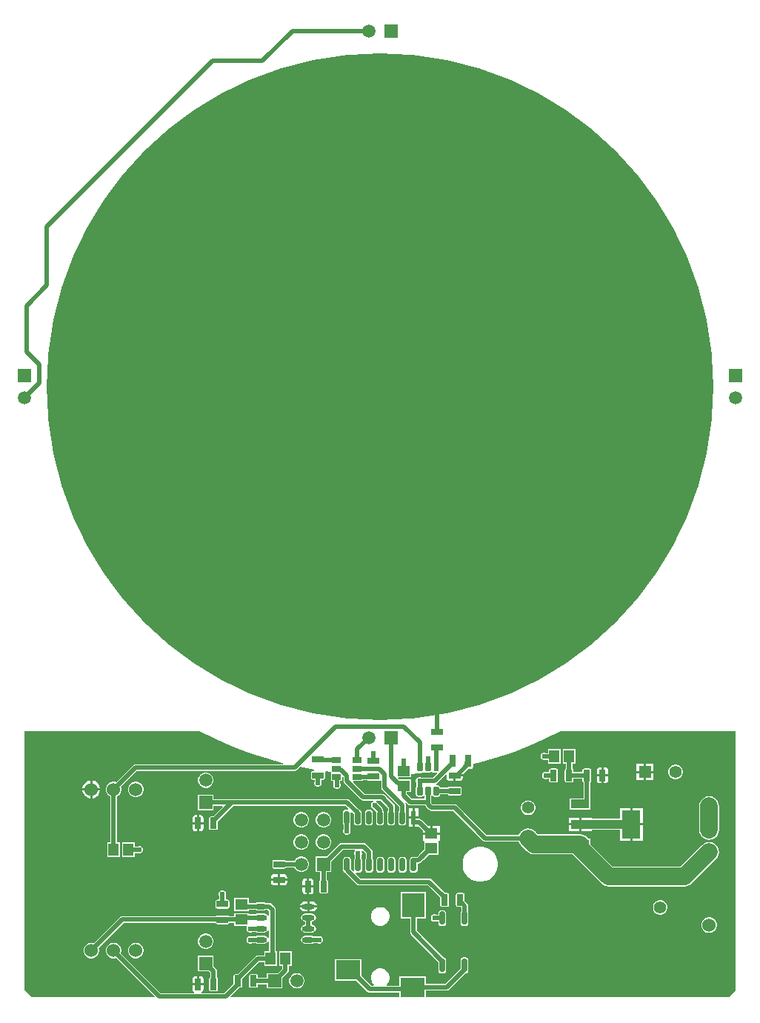
<source format=gtl>
G04*
G04 #@! TF.GenerationSoftware,Altium Limited,Altium Designer,23.8.1 (32)*
G04*
G04 Layer_Physical_Order=1*
G04 Layer_Color=255*
%FSLAX25Y25*%
%MOIN*%
G70*
G04*
G04 #@! TF.SameCoordinates,B00BB811-4D84-4737-8C1C-C2D0D2789402*
G04*
G04*
G04 #@! TF.FilePolarity,Positive*
G04*
G01*
G75*
G04:AMPARAMS|DCode=16|XSize=51.18mil|YSize=29.92mil|CornerRadius=3.74mil|HoleSize=0mil|Usage=FLASHONLY|Rotation=90.000|XOffset=0mil|YOffset=0mil|HoleType=Round|Shape=RoundedRectangle|*
%AMROUNDEDRECTD16*
21,1,0.05118,0.02244,0,0,90.0*
21,1,0.04370,0.02992,0,0,90.0*
1,1,0.00748,0.01122,0.02185*
1,1,0.00748,0.01122,-0.02185*
1,1,0.00748,-0.01122,-0.02185*
1,1,0.00748,-0.01122,0.02185*
%
%ADD16ROUNDEDRECTD16*%
%ADD17C,3.00000*%
%ADD18O,0.05709X0.02362*%
%ADD19R,0.03937X0.02756*%
G04:AMPARAMS|DCode=20|XSize=60.63mil|YSize=23.62mil|CornerRadius=5.91mil|HoleSize=0mil|Usage=FLASHONLY|Rotation=270.000|XOffset=0mil|YOffset=0mil|HoleType=Round|Shape=RoundedRectangle|*
%AMROUNDEDRECTD20*
21,1,0.06063,0.01181,0,0,270.0*
21,1,0.04882,0.02362,0,0,270.0*
1,1,0.01181,-0.00591,-0.02441*
1,1,0.01181,-0.00591,0.02441*
1,1,0.01181,0.00591,0.02441*
1,1,0.01181,0.00591,-0.02441*
%
%ADD20ROUNDEDRECTD20*%
G04:AMPARAMS|DCode=21|XSize=43.31mil|YSize=23.62mil|CornerRadius=5.91mil|HoleSize=0mil|Usage=FLASHONLY|Rotation=270.000|XOffset=0mil|YOffset=0mil|HoleType=Round|Shape=RoundedRectangle|*
%AMROUNDEDRECTD21*
21,1,0.04331,0.01181,0,0,270.0*
21,1,0.03150,0.02362,0,0,270.0*
1,1,0.01181,-0.00591,-0.01575*
1,1,0.01181,-0.00591,0.01575*
1,1,0.01181,0.00591,0.01575*
1,1,0.01181,0.00591,-0.01575*
%
%ADD21ROUNDEDRECTD21*%
%ADD22R,0.02362X0.04331*%
%ADD23R,0.08465X0.12598*%
%ADD24R,0.08465X0.03937*%
G04:AMPARAMS|DCode=25|XSize=23.62mil|YSize=61.02mil|CornerRadius=5.91mil|HoleSize=0mil|Usage=FLASHONLY|Rotation=180.000|XOffset=0mil|YOffset=0mil|HoleType=Round|Shape=RoundedRectangle|*
%AMROUNDEDRECTD25*
21,1,0.02362,0.04921,0,0,180.0*
21,1,0.01181,0.06102,0,0,180.0*
1,1,0.01181,-0.00591,0.02461*
1,1,0.01181,0.00591,0.02461*
1,1,0.01181,0.00591,-0.02461*
1,1,0.01181,-0.00591,-0.02461*
%
%ADD25ROUNDEDRECTD25*%
%ADD26R,0.02362X0.06102*%
G04:AMPARAMS|DCode=27|XSize=51.18mil|YSize=29.92mil|CornerRadius=3.74mil|HoleSize=0mil|Usage=FLASHONLY|Rotation=180.000|XOffset=0mil|YOffset=0mil|HoleType=Round|Shape=RoundedRectangle|*
%AMROUNDEDRECTD27*
21,1,0.05118,0.02244,0,0,180.0*
21,1,0.04370,0.02992,0,0,180.0*
1,1,0.00748,-0.02185,0.01122*
1,1,0.00748,0.02185,0.01122*
1,1,0.00748,0.02185,-0.01122*
1,1,0.00748,-0.02185,-0.01122*
%
%ADD27ROUNDEDRECTD27*%
%ADD28R,0.11024X0.08661*%
%ADD29R,0.10236X0.11024*%
%ADD30R,0.04724X0.05512*%
%ADD31R,0.05512X0.04724*%
%ADD52C,0.05906*%
%ADD53R,0.05906X0.05906*%
%ADD54R,0.05906X0.05906*%
%ADD56C,0.02000*%
%ADD57C,0.04000*%
%ADD58C,0.07874*%
%ADD59C,0.06000*%
%ADD60C,0.05512*%
%ADD61R,0.05512X0.05512*%
%ADD62R,0.05512X0.05512*%
%ADD63C,0.02400*%
G36*
X23559Y-173665D02*
Y-173665D01*
X25538D01*
X25730Y-174127D01*
X23886Y-175971D01*
X18510D01*
X18098Y-175800D01*
X17422D01*
X16797Y-176059D01*
X16319Y-176537D01*
X16060Y-177162D01*
Y-177838D01*
X16230Y-178250D01*
Y-179891D01*
X16142Y-180023D01*
X16057Y-180449D01*
Y-183598D01*
X16142Y-184024D01*
X16383Y-184385D01*
X16744Y-184626D01*
X17169Y-184710D01*
X18350D01*
X18776Y-184626D01*
X19137Y-184385D01*
X19160Y-184351D01*
X19792Y-184294D01*
X19971Y-184475D01*
Y-185471D01*
X14133D01*
X12029Y-183367D01*
Y-182555D01*
X13756D01*
Y-176831D01*
X9286D01*
X9138Y-176801D01*
X8464D01*
X7987Y-176324D01*
X8178Y-175862D01*
X13756D01*
Y-174475D01*
X20173Y-173880D01*
X21562Y-173687D01*
X22091D01*
X22516Y-173602D01*
X22608Y-173541D01*
X23304Y-173444D01*
X23559Y-173665D01*
D02*
G37*
G36*
X159952Y-271838D02*
X156838Y-274952D01*
X20579D01*
Y-271919D01*
X29961D01*
X30546Y-271803D01*
X31042Y-271471D01*
X38460Y-264053D01*
X38591D01*
X39016Y-263968D01*
X39377Y-263727D01*
X39618Y-263366D01*
X39702Y-262941D01*
Y-258059D01*
X39618Y-257634D01*
X39377Y-257273D01*
X39016Y-257032D01*
X38591Y-256947D01*
X37409D01*
X36984Y-257032D01*
X36623Y-257273D01*
X36382Y-257634D01*
X36298Y-258059D01*
Y-261890D01*
X29327Y-268860D01*
X20579D01*
Y-265559D01*
X8555D01*
Y-269724D01*
X2974D01*
X2767Y-269225D01*
X3357Y-268635D01*
X3909Y-267678D01*
X4195Y-266611D01*
Y-265507D01*
X3909Y-264440D01*
X3357Y-263483D01*
X2576Y-262702D01*
X1619Y-262150D01*
X552Y-261864D01*
X-552D01*
X-1619Y-262150D01*
X-2576Y-262702D01*
X-3357Y-263483D01*
X-3909Y-264440D01*
X-4195Y-265507D01*
Y-266611D01*
X-3909Y-267678D01*
X-3357Y-268635D01*
X-2767Y-269225D01*
X-2974Y-269724D01*
X-4014D01*
X-8555Y-265184D01*
Y-257685D01*
X-20579D01*
Y-267347D01*
X-10718D01*
X-5729Y-272335D01*
X-5233Y-272667D01*
X-4648Y-272783D01*
X8555D01*
Y-274952D01*
X-67136D01*
X-67327Y-274490D01*
X-63458Y-270621D01*
X-63428Y-270576D01*
X-62921D01*
X-62580Y-270508D01*
X-62291Y-270315D01*
X-62098Y-270026D01*
X-62030Y-269685D01*
Y-266587D01*
X-54473Y-259029D01*
X-52209D01*
Y-260756D01*
X-46484D01*
Y-254244D01*
X-46971D01*
Y-235500D01*
X-47087Y-234915D01*
X-47419Y-234419D01*
X-48919Y-232919D01*
X-49415Y-232587D01*
X-50000Y-232471D01*
X-51318D01*
X-51399Y-232416D01*
X-52055Y-232286D01*
X-55402D01*
X-56058Y-232416D01*
X-56139Y-232471D01*
X-59244D01*
Y-230291D01*
X-65756D01*
Y-236016D01*
X-59244D01*
Y-235529D01*
X-56138D01*
X-56058Y-235584D01*
X-55402Y-235714D01*
X-52055D01*
X-51399Y-235584D01*
X-51318Y-235529D01*
X-50634D01*
X-50029Y-236134D01*
Y-238174D01*
X-50122Y-238210D01*
X-50529Y-238258D01*
X-50843Y-237788D01*
X-51399Y-237416D01*
X-52055Y-237286D01*
X-55402D01*
X-56058Y-237416D01*
X-56242Y-237540D01*
X-59244D01*
Y-236984D01*
X-65756D01*
Y-238396D01*
X-68089D01*
X-68185Y-238252D01*
X-68474Y-238059D01*
X-68815Y-237991D01*
X-73185D01*
X-73526Y-238059D01*
X-73815Y-238252D01*
X-73911Y-238396D01*
X-116106D01*
X-116692Y-238512D01*
X-117188Y-238844D01*
X-128848Y-250504D01*
X-129539Y-250319D01*
X-130461D01*
X-131351Y-250557D01*
X-132149Y-251018D01*
X-132801Y-251670D01*
X-133262Y-252468D01*
X-133500Y-253358D01*
Y-254280D01*
X-133262Y-255170D01*
X-132801Y-255968D01*
X-132149Y-256620D01*
X-131351Y-257080D01*
X-130461Y-257319D01*
X-129539D01*
X-128649Y-257080D01*
X-127851Y-256620D01*
X-127199Y-255968D01*
X-126739Y-255170D01*
X-126500Y-254280D01*
Y-253358D01*
X-126685Y-252667D01*
X-115473Y-241455D01*
X-74011D01*
X-74008Y-241467D01*
X-73815Y-241756D01*
X-73526Y-241949D01*
X-73185Y-242017D01*
X-68815D01*
X-68474Y-241949D01*
X-68185Y-241756D01*
X-67992Y-241467D01*
X-67989Y-241455D01*
X-65756D01*
Y-242709D01*
X-60266D01*
X-60012Y-243209D01*
X-60200Y-243662D01*
Y-244338D01*
X-59941Y-244963D01*
X-59463Y-245441D01*
X-58838Y-245700D01*
X-58162D01*
X-57750Y-245529D01*
X-56139D01*
X-56058Y-245584D01*
X-55402Y-245714D01*
X-52055D01*
X-51399Y-245584D01*
X-50843Y-245212D01*
X-50529Y-244742D01*
X-50122Y-244790D01*
X-50029Y-244826D01*
Y-248174D01*
X-50122Y-248210D01*
X-50529Y-248257D01*
X-50843Y-247788D01*
X-51399Y-247416D01*
X-52055Y-247286D01*
X-55402D01*
X-56058Y-247416D01*
X-56139Y-247471D01*
X-57750D01*
X-58162Y-247300D01*
X-58838D01*
X-59463Y-247559D01*
X-59941Y-248037D01*
X-60200Y-248662D01*
Y-249338D01*
X-59941Y-249963D01*
X-59463Y-250441D01*
X-58838Y-250700D01*
X-58162D01*
X-57750Y-250529D01*
X-56139D01*
X-56058Y-250584D01*
X-55402Y-250714D01*
X-52055D01*
X-51399Y-250584D01*
X-50843Y-250212D01*
X-50529Y-249743D01*
X-50122Y-249790D01*
X-50029Y-249826D01*
Y-254244D01*
X-52209D01*
Y-255971D01*
X-55106D01*
X-55692Y-256087D01*
X-56188Y-256419D01*
X-64193Y-264424D01*
X-65165D01*
X-65506Y-264492D01*
X-65795Y-264685D01*
X-65989Y-264974D01*
X-66057Y-265315D01*
Y-267934D01*
X-66069Y-267996D01*
Y-268906D01*
X-70134Y-272971D01*
X-80292D01*
X-80385Y-272479D01*
X-79931Y-272176D01*
X-79627Y-271721D01*
X-79520Y-271185D01*
Y-269500D01*
X-82043D01*
X-84566D01*
Y-271185D01*
X-84460Y-271721D01*
X-84156Y-272176D01*
X-83701Y-272479D01*
X-83795Y-272971D01*
X-98685D01*
X-116685Y-254971D01*
X-116500Y-254280D01*
Y-253358D01*
X-116738Y-252468D01*
X-117199Y-251670D01*
X-117851Y-251018D01*
X-118649Y-250557D01*
X-119539Y-250319D01*
X-120461D01*
X-121351Y-250557D01*
X-122149Y-251018D01*
X-122801Y-251670D01*
X-123261Y-252468D01*
X-123500Y-253358D01*
Y-254280D01*
X-123261Y-255170D01*
X-122801Y-255968D01*
X-122149Y-256620D01*
X-121351Y-257080D01*
X-120461Y-257319D01*
X-119539D01*
X-118848Y-257134D01*
X-101492Y-274490D01*
X-101683Y-274952D01*
X-156838D01*
X-159952Y-271838D01*
Y-155000D01*
X-81325D01*
X-74385Y-158456D01*
X-66988Y-161722D01*
X-59447Y-164643D01*
X-51780Y-167213D01*
X-44002Y-169426D01*
X-43798Y-169474D01*
X-43856Y-169971D01*
X-110181D01*
X-110766Y-170087D01*
X-111263Y-170419D01*
X-118848Y-178004D01*
X-119539Y-177819D01*
X-120461D01*
X-121351Y-178057D01*
X-122149Y-178518D01*
X-122801Y-179170D01*
X-123261Y-179968D01*
X-123500Y-180858D01*
Y-181780D01*
X-123261Y-182670D01*
X-122801Y-183468D01*
X-122149Y-184120D01*
X-121529Y-184477D01*
Y-205244D01*
X-122862D01*
Y-211756D01*
X-117138D01*
Y-205244D01*
X-118471D01*
Y-184477D01*
X-117851Y-184120D01*
X-117199Y-183468D01*
X-116738Y-182670D01*
X-116500Y-181780D01*
Y-180858D01*
X-116685Y-180167D01*
X-109548Y-173029D01*
X-38500D01*
X-37915Y-172913D01*
X-37419Y-172581D01*
X-36117Y-171280D01*
X-29639Y-172491D01*
X-29686Y-172991D01*
X-30185D01*
X-30526Y-173059D01*
X-30815Y-173252D01*
X-31008Y-173541D01*
X-31076Y-173882D01*
Y-176126D01*
X-31008Y-176467D01*
X-30815Y-176756D01*
X-30526Y-176949D01*
X-30185Y-177017D01*
X-29529D01*
Y-177750D01*
X-29700Y-178162D01*
Y-178838D01*
X-29441Y-179463D01*
X-28963Y-179941D01*
X-28338Y-180200D01*
X-27662D01*
X-27037Y-179941D01*
X-26559Y-179463D01*
X-26300Y-178838D01*
Y-178162D01*
X-26471Y-177750D01*
Y-177017D01*
X-25815D01*
X-25474Y-176949D01*
X-25185Y-176756D01*
X-24992Y-176467D01*
X-24924Y-176126D01*
Y-173882D01*
X-24956Y-173718D01*
X-24678Y-173334D01*
X-24575Y-173266D01*
X-22193Y-173599D01*
Y-177618D01*
X-21106D01*
Y-178935D01*
X-21200Y-179162D01*
Y-179838D01*
X-20941Y-180463D01*
X-20463Y-180941D01*
X-19838Y-181200D01*
X-19162D01*
X-18537Y-180941D01*
X-18059Y-180463D01*
X-17800Y-179838D01*
Y-179162D01*
X-18047Y-178565D01*
Y-177618D01*
X-17256D01*
Y-175819D01*
X-16756Y-175577D01*
X-16529Y-175754D01*
Y-177500D01*
X-16413Y-178085D01*
X-16081Y-178581D01*
X-8737Y-185926D01*
X-8241Y-186257D01*
X-7656Y-186373D01*
X-3115D01*
X-3016Y-186873D01*
X-3463Y-187059D01*
X-3941Y-187537D01*
X-4200Y-188162D01*
Y-188838D01*
X-3941Y-189463D01*
X-3463Y-189941D01*
X-3051Y-190112D01*
X-1711Y-191452D01*
Y-193819D01*
X-1702Y-193859D01*
Y-196461D01*
X-1618Y-196886D01*
X-1377Y-197247D01*
X-1016Y-197488D01*
X-591Y-197573D01*
X591D01*
X1016Y-197488D01*
X1377Y-197247D01*
X1618Y-196886D01*
X1702Y-196461D01*
Y-191539D01*
X1618Y-191114D01*
X1377Y-190753D01*
X1329Y-190721D01*
X1232Y-190234D01*
X900Y-189737D01*
X-888Y-187949D01*
X-1059Y-187537D01*
X-1537Y-187059D01*
X-1984Y-186873D01*
X-1885Y-186373D01*
X211D01*
X3471Y-189634D01*
Y-190981D01*
X3382Y-191114D01*
X3297Y-191539D01*
Y-196461D01*
X3382Y-196886D01*
X3623Y-197247D01*
X3984Y-197488D01*
X4409Y-197573D01*
X5590D01*
X6016Y-197488D01*
X6377Y-197247D01*
X6618Y-196886D01*
X6702Y-196461D01*
Y-191539D01*
X6618Y-191114D01*
X6529Y-190981D01*
Y-189000D01*
X6413Y-188415D01*
X6081Y-187919D01*
X1926Y-183763D01*
X1429Y-183431D01*
X844Y-183315D01*
X-7022D01*
X-12257Y-178080D01*
X-12066Y-177618D01*
X-7807D01*
Y-177171D01*
X-5898D01*
X-5815Y-177295D01*
X-5526Y-177489D01*
X-5185Y-177557D01*
X-815D01*
X-474Y-177489D01*
X-185Y-177295D01*
X375Y-177357D01*
X471Y-177433D01*
Y-180500D01*
X587Y-181085D01*
X919Y-181581D01*
X8471Y-189134D01*
Y-190981D01*
X8382Y-191114D01*
X8298Y-191539D01*
Y-196461D01*
X8382Y-196886D01*
X8623Y-197247D01*
X8984Y-197488D01*
X9409Y-197573D01*
X10590D01*
X11016Y-197488D01*
X11377Y-197247D01*
X11618Y-196886D01*
X11703Y-196461D01*
Y-191539D01*
X11618Y-191114D01*
X11529Y-190981D01*
Y-188500D01*
X11413Y-187915D01*
X11148Y-187518D01*
X11536Y-187199D01*
X12419Y-188081D01*
X12915Y-188413D01*
X13500Y-188529D01*
X20076D01*
X20087Y-188585D01*
X20418Y-189081D01*
X21918Y-190581D01*
X22415Y-190913D01*
X23000Y-191029D01*
X32866D01*
X46308Y-204471D01*
X46804Y-204803D01*
X47390Y-204919D01*
X62331D01*
X62624Y-205627D01*
X63244Y-206435D01*
Y-206646D01*
X63427D01*
X66001Y-209220D01*
X66928Y-209931D01*
X68007Y-210378D01*
X69165Y-210530D01*
X86542D01*
X86820Y-210893D01*
X99702Y-223775D01*
X100628Y-224486D01*
X101708Y-224933D01*
X102866Y-225085D01*
X136890D01*
X138048Y-224933D01*
X139127Y-224486D01*
X140054Y-223775D01*
X151164Y-212665D01*
X151876Y-211738D01*
X152323Y-210658D01*
X152475Y-209500D01*
X152323Y-208342D01*
X151876Y-207262D01*
X151164Y-206335D01*
X150238Y-205624D01*
X149158Y-205177D01*
X148000Y-205025D01*
X146842Y-205177D01*
X145762Y-205624D01*
X144835Y-206335D01*
X135036Y-216135D01*
X104720D01*
X94717Y-206132D01*
Y-203587D01*
X93683D01*
X93149Y-202891D01*
X92222Y-202179D01*
X91142Y-201732D01*
X89984Y-201580D01*
X71019D01*
X69756Y-200317D01*
Y-200134D01*
X69545D01*
X68738Y-199514D01*
X67658Y-199067D01*
X66500Y-198915D01*
X65342Y-199067D01*
X64262Y-199514D01*
X63455Y-200134D01*
X63244D01*
Y-200344D01*
X62624Y-201152D01*
X62331Y-201860D01*
X48023D01*
X34581Y-188419D01*
X34085Y-188087D01*
X33500Y-187971D01*
X23633D01*
X23029Y-187366D01*
Y-184156D01*
X23114Y-184030D01*
X23147Y-184024D01*
X23593D01*
X23626Y-184030D01*
X23863Y-184385D01*
X24224Y-184626D01*
X24650Y-184710D01*
X25831D01*
X26256Y-184626D01*
X26617Y-184385D01*
X26858Y-184024D01*
X26943Y-183598D01*
Y-183563D01*
X30529D01*
X30685Y-183795D01*
X30974Y-183989D01*
X31315Y-184056D01*
X35685D01*
X36026Y-183989D01*
X36315Y-183795D01*
X36508Y-183506D01*
X36576Y-183165D01*
Y-180921D01*
X36508Y-180580D01*
X36315Y-180291D01*
X36026Y-180098D01*
X35685Y-180030D01*
X31315D01*
X30974Y-180098D01*
X30685Y-180291D01*
X30543Y-180504D01*
X26943D01*
Y-180449D01*
X26858Y-180023D01*
X26617Y-179663D01*
X26256Y-179421D01*
X25831Y-179337D01*
X25341D01*
X25219Y-178837D01*
X25601Y-178581D01*
X29452Y-174731D01*
X29914Y-174922D01*
Y-176118D01*
X30021Y-176654D01*
X30324Y-177109D01*
X30779Y-177412D01*
X31315Y-177519D01*
X33000D01*
Y-174996D01*
X33500D01*
Y-174496D01*
X37226D01*
X39636Y-172086D01*
X40626D01*
X41162Y-171979D01*
X41617Y-171676D01*
X41920Y-171221D01*
X42027Y-170685D01*
Y-169890D01*
X44002Y-169426D01*
X51780Y-167213D01*
X59447Y-164643D01*
X66988Y-161722D01*
X74385Y-158456D01*
X81325Y-155000D01*
X159952D01*
Y-271838D01*
D02*
G37*
%LPC*%
G36*
X81169Y-163244D02*
X75445D01*
Y-164971D01*
X74557D01*
X74145Y-164800D01*
X73469D01*
X72844Y-165059D01*
X72366Y-165537D01*
X72107Y-166162D01*
Y-166838D01*
X72366Y-167463D01*
X72844Y-167941D01*
X73469Y-168200D01*
X74145D01*
X74557Y-168029D01*
X75445D01*
Y-169756D01*
X81169D01*
Y-163244D01*
D02*
G37*
G36*
X122866Y-169744D02*
X119610D01*
Y-173000D01*
X122866D01*
Y-169744D01*
D02*
G37*
G36*
X118610D02*
X115354D01*
Y-173000D01*
X118610D01*
Y-169744D01*
D02*
G37*
G36*
X79118Y-171924D02*
X76874D01*
X76533Y-171992D01*
X76244Y-172185D01*
X76051Y-172474D01*
X75983Y-172815D01*
Y-173471D01*
X75250D01*
X74838Y-173300D01*
X74162D01*
X73537Y-173559D01*
X73059Y-174037D01*
X72800Y-174662D01*
Y-175338D01*
X73059Y-175963D01*
X73537Y-176441D01*
X74162Y-176700D01*
X74838D01*
X75250Y-176529D01*
X75983D01*
Y-177185D01*
X76051Y-177526D01*
X76244Y-177815D01*
X76533Y-178008D01*
X76874Y-178076D01*
X79118D01*
X79459Y-178008D01*
X79748Y-177815D01*
X79941Y-177526D01*
X80009Y-177185D01*
Y-172815D01*
X79941Y-172474D01*
X79748Y-172185D01*
X79459Y-171992D01*
X79118Y-171924D01*
D02*
G37*
G36*
X101165Y-171414D02*
X100543D01*
Y-174500D01*
X102566D01*
Y-172815D01*
X102460Y-172279D01*
X102156Y-171824D01*
X101701Y-171521D01*
X101165Y-171414D01*
D02*
G37*
G36*
X99543D02*
X98921D01*
X98385Y-171521D01*
X97931Y-171824D01*
X97627Y-172279D01*
X97520Y-172815D01*
Y-174500D01*
X99543D01*
Y-171414D01*
D02*
G37*
G36*
X133318Y-170244D02*
X132461D01*
X131633Y-170466D01*
X130891Y-170895D01*
X130284Y-171501D01*
X129856Y-172243D01*
X129634Y-173071D01*
Y-173929D01*
X129856Y-174757D01*
X130284Y-175499D01*
X130891Y-176105D01*
X131633Y-176534D01*
X132461Y-176756D01*
X133318D01*
X134146Y-176534D01*
X134889Y-176105D01*
X135495Y-175499D01*
X135924Y-174757D01*
X136146Y-173929D01*
Y-173071D01*
X135924Y-172243D01*
X135495Y-171501D01*
X134889Y-170895D01*
X134146Y-170466D01*
X133318Y-170244D01*
D02*
G37*
G36*
X122866Y-174000D02*
X119610D01*
Y-177256D01*
X122866D01*
Y-174000D01*
D02*
G37*
G36*
X118610D02*
X115354D01*
Y-177256D01*
X118610D01*
Y-174000D01*
D02*
G37*
G36*
X37086Y-175496D02*
X34000D01*
Y-177519D01*
X35685D01*
X36221Y-177412D01*
X36676Y-177109D01*
X36979Y-176654D01*
X37086Y-176118D01*
Y-175496D01*
D02*
G37*
G36*
X102566Y-175500D02*
X100543D01*
Y-178586D01*
X101165D01*
X101701Y-178479D01*
X102156Y-178176D01*
X102460Y-177721D01*
X102566Y-177185D01*
Y-175500D01*
D02*
G37*
G36*
X99543D02*
X97520D01*
Y-177185D01*
X97627Y-177721D01*
X97931Y-178176D01*
X98385Y-178479D01*
X98921Y-178586D01*
X99543D01*
Y-175500D01*
D02*
G37*
G36*
X-78045Y-173732D02*
X-78955D01*
X-79833Y-173968D01*
X-80620Y-174422D01*
X-81263Y-175065D01*
X-81717Y-175852D01*
X-81953Y-176731D01*
Y-177640D01*
X-81717Y-178518D01*
X-81263Y-179305D01*
X-80620Y-179948D01*
X-79833Y-180403D01*
X-78955Y-180638D01*
X-78045D01*
X-77167Y-180403D01*
X-76380Y-179948D01*
X-75737Y-179305D01*
X-75283Y-178518D01*
X-75047Y-177640D01*
Y-176731D01*
X-75283Y-175852D01*
X-75737Y-175065D01*
X-76380Y-174422D01*
X-77167Y-173968D01*
X-78045Y-173732D01*
D02*
G37*
G36*
X-129473Y-177319D02*
X-129500D01*
Y-180819D01*
X-126000D01*
Y-180792D01*
X-126273Y-179775D01*
X-126799Y-178863D01*
X-127544Y-178118D01*
X-128456Y-177592D01*
X-129473Y-177319D01*
D02*
G37*
G36*
X-130500D02*
X-130527D01*
X-131544Y-177592D01*
X-132456Y-178118D01*
X-133201Y-178863D01*
X-133727Y-179775D01*
X-134000Y-180792D01*
Y-180819D01*
X-130500D01*
Y-177319D01*
D02*
G37*
G36*
X-109539Y-177819D02*
X-110461D01*
X-111351Y-178057D01*
X-112149Y-178518D01*
X-112801Y-179170D01*
X-113261Y-179968D01*
X-113500Y-180858D01*
Y-181780D01*
X-113261Y-182670D01*
X-112801Y-183468D01*
X-112149Y-184120D01*
X-111351Y-184580D01*
X-110461Y-184819D01*
X-109539D01*
X-108649Y-184580D01*
X-107851Y-184120D01*
X-107199Y-183468D01*
X-106738Y-182670D01*
X-106500Y-181780D01*
Y-180858D01*
X-106738Y-179968D01*
X-107199Y-179170D01*
X-107851Y-178518D01*
X-108649Y-178057D01*
X-109539Y-177819D01*
D02*
G37*
G36*
X-126000Y-181819D02*
X-129500D01*
Y-185319D01*
X-129473D01*
X-128456Y-185046D01*
X-127544Y-184520D01*
X-126799Y-183775D01*
X-126273Y-182863D01*
X-126000Y-181845D01*
Y-181819D01*
D02*
G37*
G36*
X-130500D02*
X-134000D01*
Y-181845D01*
X-133727Y-182863D01*
X-133201Y-183775D01*
X-132456Y-184520D01*
X-131544Y-185046D01*
X-130527Y-185319D01*
X-130500D01*
Y-181819D01*
D02*
G37*
G36*
X87862Y-163244D02*
X82138D01*
Y-169756D01*
X83492D01*
Y-172050D01*
X83291Y-172185D01*
X83098Y-172474D01*
X83030Y-172815D01*
Y-177185D01*
X83098Y-177526D01*
X83291Y-177815D01*
X83580Y-178008D01*
X83921Y-178076D01*
X86165D01*
X86506Y-178008D01*
X86796Y-177815D01*
X86989Y-177526D01*
X87056Y-177185D01*
Y-176529D01*
X90983D01*
Y-177185D01*
X91051Y-177526D01*
X91244Y-177815D01*
X91467Y-177964D01*
Y-185476D01*
X85252D01*
Y-190413D01*
X94717D01*
Y-185476D01*
X94525D01*
Y-177964D01*
X94748Y-177815D01*
X94941Y-177526D01*
X95009Y-177185D01*
Y-172815D01*
X94941Y-172474D01*
X94748Y-172185D01*
X94459Y-171992D01*
X94118Y-171924D01*
X91874D01*
X91533Y-171992D01*
X91244Y-172185D01*
X91051Y-172474D01*
X90983Y-172815D01*
Y-173471D01*
X87056D01*
Y-172815D01*
X86989Y-172474D01*
X86796Y-172185D01*
X86551Y-172021D01*
Y-169756D01*
X87862D01*
Y-163244D01*
D02*
G37*
G36*
X66929Y-186354D02*
X66071D01*
X65243Y-186576D01*
X64501Y-187005D01*
X63895Y-187611D01*
X63466Y-188354D01*
X63244Y-189182D01*
Y-190039D01*
X63466Y-190867D01*
X63895Y-191609D01*
X64501Y-192216D01*
X65243Y-192644D01*
X66071Y-192866D01*
X66929D01*
X67757Y-192644D01*
X68499Y-192216D01*
X69105Y-191609D01*
X69534Y-190867D01*
X69756Y-190039D01*
Y-189182D01*
X69534Y-188354D01*
X69105Y-187611D01*
X68499Y-187005D01*
X67757Y-186576D01*
X66929Y-186354D01*
D02*
G37*
G36*
X17181Y-189949D02*
X15500D01*
Y-193500D01*
X17181D01*
Y-189949D01*
D02*
G37*
G36*
X14500D02*
X12819D01*
Y-193500D01*
X14500D01*
Y-189949D01*
D02*
G37*
G36*
X112516Y-189701D02*
X107783D01*
Y-194451D01*
X95217D01*
Y-194032D01*
X90484D01*
Y-197000D01*
Y-199969D01*
X95217D01*
Y-199549D01*
X107783D01*
Y-204299D01*
X112516D01*
Y-197000D01*
Y-189701D01*
D02*
G37*
G36*
X-80921Y-192914D02*
X-81543D01*
Y-196000D01*
X-79520D01*
Y-194315D01*
X-79627Y-193779D01*
X-79931Y-193324D01*
X-80385Y-193021D01*
X-80921Y-192914D01*
D02*
G37*
G36*
X-82543D02*
X-83165D01*
X-83701Y-193021D01*
X-84156Y-193324D01*
X-84460Y-193779D01*
X-84566Y-194315D01*
Y-196000D01*
X-82543D01*
Y-192914D01*
D02*
G37*
G36*
X89484Y-194032D02*
X84752D01*
Y-196500D01*
X89484D01*
Y-194032D01*
D02*
G37*
G36*
X118248Y-189701D02*
X113516D01*
Y-196500D01*
X118248D01*
Y-189701D01*
D02*
G37*
G36*
X-4409Y-190427D02*
X-5591D01*
X-6016Y-190512D01*
X-6377Y-190753D01*
X-6618Y-191114D01*
X-6702Y-191539D01*
Y-196461D01*
X-6618Y-196886D01*
X-6377Y-197247D01*
X-6016Y-197488D01*
X-5591Y-197573D01*
X-4409D01*
X-3984Y-197488D01*
X-3623Y-197247D01*
X-3382Y-196886D01*
X-3297Y-196461D01*
Y-191539D01*
X-3382Y-191114D01*
X-3623Y-190753D01*
X-3984Y-190512D01*
X-4409Y-190427D01*
D02*
G37*
G36*
X-75047Y-183732D02*
X-81953D01*
Y-190638D01*
X-75047D01*
Y-188714D01*
X-71031D01*
X-70839Y-189176D01*
X-75087Y-193424D01*
X-76118D01*
X-76459Y-193492D01*
X-76748Y-193685D01*
X-76941Y-193974D01*
X-77009Y-194315D01*
Y-198685D01*
X-76941Y-199026D01*
X-76748Y-199315D01*
X-76459Y-199508D01*
X-76118Y-199576D01*
X-73874D01*
X-73533Y-199508D01*
X-73244Y-199315D01*
X-73051Y-199026D01*
X-72983Y-198685D01*
Y-195646D01*
X-66052Y-188714D01*
X-15578D01*
X-14348Y-189944D01*
X-14356Y-190001D01*
X-14572Y-190427D01*
X-15591D01*
X-16016Y-190512D01*
X-16377Y-190753D01*
X-16618Y-191114D01*
X-16702Y-191539D01*
Y-196461D01*
X-16618Y-196886D01*
X-16529Y-197019D01*
Y-199250D01*
X-16700Y-199662D01*
Y-200338D01*
X-16441Y-200963D01*
X-15963Y-201441D01*
X-15338Y-201700D01*
X-14662D01*
X-14037Y-201441D01*
X-13559Y-200963D01*
X-13300Y-200338D01*
Y-199662D01*
X-13471Y-199250D01*
Y-197019D01*
X-13382Y-196886D01*
X-13297Y-196461D01*
Y-191702D01*
X-12871Y-191486D01*
X-12814Y-191478D01*
X-11710Y-192582D01*
Y-193819D01*
X-11703Y-193859D01*
Y-196461D01*
X-11618Y-196886D01*
X-11377Y-197247D01*
X-11016Y-197488D01*
X-10591Y-197573D01*
X-9409D01*
X-8984Y-197488D01*
X-8623Y-197247D01*
X-8382Y-196886D01*
X-8298Y-196461D01*
Y-191539D01*
X-8382Y-191114D01*
X-8623Y-190753D01*
X-8984Y-190512D01*
X-9409Y-190427D01*
X-9540D01*
X-13863Y-186104D01*
X-14360Y-185772D01*
X-14945Y-185656D01*
X-75047D01*
Y-183732D01*
D02*
G37*
G36*
X14500Y-194500D02*
X12819D01*
Y-198051D01*
X14500D01*
Y-194500D01*
D02*
G37*
G36*
X-25045Y-191547D02*
X-25955D01*
X-26833Y-191782D01*
X-27620Y-192237D01*
X-28263Y-192880D01*
X-28717Y-193667D01*
X-28953Y-194545D01*
Y-195455D01*
X-28717Y-196333D01*
X-28263Y-197120D01*
X-27620Y-197763D01*
X-26833Y-198217D01*
X-25955Y-198453D01*
X-25045D01*
X-24167Y-198217D01*
X-23380Y-197763D01*
X-22737Y-197120D01*
X-22283Y-196333D01*
X-22047Y-195455D01*
Y-194545D01*
X-22283Y-193667D01*
X-22737Y-192880D01*
X-23380Y-192237D01*
X-24167Y-191782D01*
X-25045Y-191547D01*
D02*
G37*
G36*
X-35045D02*
X-35955D01*
X-36833Y-191782D01*
X-37620Y-192237D01*
X-38263Y-192880D01*
X-38717Y-193667D01*
X-38953Y-194545D01*
Y-195455D01*
X-38717Y-196333D01*
X-38263Y-197120D01*
X-37620Y-197763D01*
X-36833Y-198217D01*
X-35955Y-198453D01*
X-35045D01*
X-34167Y-198217D01*
X-33380Y-197763D01*
X-32737Y-197120D01*
X-32283Y-196333D01*
X-32047Y-195455D01*
Y-194545D01*
X-32283Y-193667D01*
X-32737Y-192880D01*
X-33380Y-192237D01*
X-34167Y-191782D01*
X-35045Y-191547D01*
D02*
G37*
G36*
X89484Y-197500D02*
X84752D01*
Y-199969D01*
X89484D01*
Y-197500D01*
D02*
G37*
G36*
X-79520Y-197000D02*
X-81543D01*
Y-200086D01*
X-80921D01*
X-80385Y-199979D01*
X-79931Y-199676D01*
X-79627Y-199221D01*
X-79520Y-198685D01*
Y-197000D01*
D02*
G37*
G36*
X-82543D02*
X-84566D01*
Y-198685D01*
X-84460Y-199221D01*
X-84156Y-199676D01*
X-83701Y-199979D01*
X-83165Y-200086D01*
X-82543D01*
Y-197000D01*
D02*
G37*
G36*
X26756Y-197791D02*
X23500D01*
Y-200654D01*
X26756D01*
Y-197791D01*
D02*
G37*
G36*
X17181Y-194500D02*
X15500D01*
Y-198051D01*
X17181D01*
X17181Y-198051D01*
Y-198051D01*
X17578Y-198288D01*
X19244Y-199954D01*
Y-200654D01*
X22500D01*
Y-197791D01*
X21407D01*
X18585Y-194970D01*
X18089Y-194638D01*
X17504Y-194522D01*
X17181D01*
Y-194500D01*
D02*
G37*
G36*
X147992Y-184422D02*
X146834Y-184575D01*
X145755Y-185022D01*
X144828Y-185733D01*
X144116Y-186660D01*
X143669Y-187739D01*
X143517Y-188898D01*
Y-199492D01*
X143669Y-200650D01*
X144116Y-201730D01*
X144547Y-202291D01*
Y-202953D01*
X145211D01*
X145762Y-203376D01*
X146842Y-203823D01*
X148000Y-203975D01*
X149158Y-203823D01*
X150238Y-203376D01*
X150789Y-202953D01*
X151453D01*
Y-202289D01*
X151876Y-201738D01*
X152323Y-200658D01*
X152475Y-199500D01*
X152467Y-199440D01*
Y-188898D01*
X152315Y-187739D01*
X151868Y-186660D01*
X151157Y-185733D01*
X150230Y-185022D01*
X149150Y-184575D01*
X147992Y-184422D01*
D02*
G37*
G36*
X118248Y-197500D02*
X113516D01*
Y-204299D01*
X118248D01*
Y-197500D01*
D02*
G37*
G36*
X-25045Y-201547D02*
X-25955D01*
X-26833Y-201782D01*
X-27620Y-202237D01*
X-28263Y-202880D01*
X-28717Y-203667D01*
X-28953Y-204545D01*
Y-205455D01*
X-28717Y-206333D01*
X-28263Y-207120D01*
X-27620Y-207763D01*
X-26833Y-208218D01*
X-25955Y-208453D01*
X-25045D01*
X-24167Y-208218D01*
X-23380Y-207763D01*
X-22737Y-207120D01*
X-22283Y-206333D01*
X-22047Y-205455D01*
Y-204545D01*
X-22283Y-203667D01*
X-22737Y-202880D01*
X-23380Y-202237D01*
X-24167Y-201782D01*
X-25045Y-201547D01*
D02*
G37*
G36*
X-35045D02*
X-35955D01*
X-36833Y-201782D01*
X-37620Y-202237D01*
X-38263Y-202880D01*
X-38717Y-203667D01*
X-38953Y-204545D01*
Y-205455D01*
X-38717Y-206333D01*
X-38263Y-207120D01*
X-37620Y-207763D01*
X-36833Y-208218D01*
X-35955Y-208453D01*
X-35045D01*
X-34167Y-208218D01*
X-33380Y-207763D01*
X-32737Y-207120D01*
X-32283Y-206333D01*
X-32047Y-205455D01*
Y-204545D01*
X-32283Y-203667D01*
X-32737Y-202880D01*
X-33380Y-202237D01*
X-34167Y-201782D01*
X-35045Y-201547D01*
D02*
G37*
G36*
X-110445Y-205244D02*
X-116169D01*
Y-211756D01*
X-110445D01*
Y-210029D01*
X-109250D01*
X-108838Y-210200D01*
X-108162D01*
X-107537Y-209941D01*
X-107059Y-209463D01*
X-106800Y-208838D01*
Y-208162D01*
X-107059Y-207537D01*
X-107537Y-207059D01*
X-108162Y-206800D01*
X-108838D01*
X-109250Y-206971D01*
X-110445D01*
Y-205244D01*
D02*
G37*
G36*
X-35045Y-211547D02*
X-35955D01*
X-36833Y-211783D01*
X-37620Y-212237D01*
X-38263Y-212880D01*
X-38603Y-213469D01*
X-42535D01*
X-42685Y-213244D01*
X-42974Y-213051D01*
X-43315Y-212983D01*
X-47685D01*
X-48026Y-213051D01*
X-48315Y-213244D01*
X-48508Y-213533D01*
X-48576Y-213874D01*
Y-216118D01*
X-48508Y-216459D01*
X-48315Y-216748D01*
X-48026Y-216941D01*
X-47685Y-217009D01*
X-43315D01*
X-42974Y-216941D01*
X-42685Y-216748D01*
X-42537Y-216527D01*
X-38605D01*
X-38263Y-217120D01*
X-37620Y-217763D01*
X-36833Y-218217D01*
X-35955Y-218453D01*
X-35045D01*
X-34167Y-218217D01*
X-33380Y-217763D01*
X-32737Y-217120D01*
X-32283Y-216333D01*
X-32047Y-215455D01*
Y-214545D01*
X-32283Y-213667D01*
X-32737Y-212880D01*
X-33380Y-212237D01*
X-34167Y-211783D01*
X-35045Y-211547D01*
D02*
G37*
G36*
X26756Y-201654D02*
X19244D01*
Y-204516D01*
X19668D01*
X19744Y-204984D01*
X19744Y-205016D01*
Y-208546D01*
X18368Y-209922D01*
X18037Y-210059D01*
X17559Y-210537D01*
X17422Y-210868D01*
X16611Y-211679D01*
X15220D01*
X15180Y-211687D01*
X14449D01*
X14023Y-211772D01*
X13663Y-212013D01*
X13421Y-212374D01*
X13337Y-212799D01*
Y-217721D01*
X13421Y-218146D01*
X13663Y-218507D01*
X14023Y-218748D01*
X14449Y-218832D01*
X15630D01*
X16055Y-218748D01*
X16416Y-218507D01*
X16657Y-218146D01*
X16742Y-217721D01*
Y-214738D01*
X17244D01*
X17829Y-214622D01*
X18326Y-214290D01*
X19470Y-213145D01*
X19963Y-212941D01*
X20441Y-212463D01*
X20645Y-211970D01*
X21907Y-210709D01*
X26256D01*
Y-205016D01*
X26256Y-204984D01*
X26332Y-204516D01*
X26756D01*
Y-201654D01*
D02*
G37*
G36*
X10630Y-211687D02*
X9449D01*
X9023Y-211772D01*
X8663Y-212013D01*
X8422Y-212374D01*
X8337Y-212799D01*
Y-217721D01*
X8422Y-218146D01*
X8663Y-218507D01*
X9023Y-218748D01*
X9449Y-218832D01*
X10630D01*
X11055Y-218748D01*
X11416Y-218507D01*
X11657Y-218146D01*
X11742Y-217721D01*
Y-212799D01*
X11657Y-212374D01*
X11416Y-212013D01*
X11055Y-211772D01*
X10630Y-211687D01*
D02*
G37*
G36*
X5630D02*
X4449D01*
X4023Y-211772D01*
X3663Y-212013D01*
X3421Y-212374D01*
X3337Y-212799D01*
Y-217721D01*
X3421Y-218146D01*
X3663Y-218507D01*
X4023Y-218748D01*
X4449Y-218832D01*
X5630D01*
X6055Y-218748D01*
X6416Y-218507D01*
X6657Y-218146D01*
X6742Y-217721D01*
Y-212799D01*
X6657Y-212374D01*
X6416Y-212013D01*
X6055Y-211772D01*
X5630Y-211687D01*
D02*
G37*
G36*
X630D02*
X-551D01*
X-977Y-211772D01*
X-1337Y-212013D01*
X-1578Y-212374D01*
X-1663Y-212799D01*
Y-217721D01*
X-1578Y-218146D01*
X-1337Y-218507D01*
X-977Y-218748D01*
X-551Y-218832D01*
X630D01*
X1055Y-218748D01*
X1416Y-218507D01*
X1657Y-218146D01*
X1742Y-217721D01*
Y-212799D01*
X1657Y-212374D01*
X1416Y-212013D01*
X1055Y-211772D01*
X630Y-211687D01*
D02*
G37*
G36*
X-7500Y-205471D02*
X-17500D01*
X-18085Y-205587D01*
X-18581Y-205919D01*
X-24210Y-211547D01*
X-28953D01*
Y-218453D01*
X-27008D01*
Y-222050D01*
X-27209Y-222185D01*
X-27402Y-222474D01*
X-27470Y-222815D01*
Y-227185D01*
X-27402Y-227526D01*
X-27209Y-227815D01*
X-26920Y-228008D01*
X-26579Y-228076D01*
X-24335D01*
X-23994Y-228008D01*
X-23705Y-227815D01*
X-23511Y-227526D01*
X-23444Y-227185D01*
Y-222815D01*
X-23511Y-222474D01*
X-23705Y-222185D01*
X-23949Y-222022D01*
Y-218453D01*
X-22047D01*
Y-213710D01*
X-16867Y-208529D01*
X-11601D01*
X-11394Y-209029D01*
X-11402Y-209037D01*
X-11661Y-209662D01*
Y-210338D01*
X-11490Y-210750D01*
Y-212241D01*
X-11579Y-212374D01*
X-11663Y-212799D01*
Y-217721D01*
X-11602Y-218028D01*
X-12019Y-218318D01*
X-13250Y-217087D01*
Y-215441D01*
X-13258Y-215401D01*
Y-212799D01*
X-13343Y-212374D01*
X-13584Y-212013D01*
X-13945Y-211772D01*
X-14370Y-211687D01*
X-15551D01*
X-15977Y-211772D01*
X-16337Y-212013D01*
X-16578Y-212374D01*
X-16663Y-212799D01*
Y-217721D01*
X-16578Y-218146D01*
X-16337Y-218507D01*
X-15977Y-218748D01*
X-15885Y-218766D01*
X-15861Y-218802D01*
X-10581Y-224081D01*
X-10085Y-224413D01*
X-9500Y-224529D01*
X21426D01*
X26983Y-230087D01*
Y-233185D01*
X27051Y-233526D01*
X27244Y-233815D01*
X27533Y-234008D01*
X27874Y-234076D01*
X30118D01*
X30459Y-234008D01*
X30748Y-233815D01*
X30941Y-233526D01*
X31009Y-233185D01*
Y-228815D01*
X30941Y-228474D01*
X30748Y-228185D01*
X30459Y-227992D01*
X30118Y-227924D01*
X29146D01*
X23141Y-221919D01*
X22644Y-221587D01*
X22059Y-221471D01*
X-8867D01*
X-11149Y-219188D01*
X-10859Y-218771D01*
X-10551Y-218832D01*
X-9370D01*
X-8945Y-218748D01*
X-8584Y-218507D01*
X-8343Y-218146D01*
X-8258Y-217721D01*
Y-212799D01*
X-8343Y-212374D01*
X-8431Y-212241D01*
Y-210750D01*
X-8261Y-210338D01*
Y-209662D01*
X-8374Y-209388D01*
X-8083Y-208820D01*
X-7883Y-208780D01*
X-6515Y-210148D01*
Y-212279D01*
X-6578Y-212374D01*
X-6663Y-212799D01*
Y-217721D01*
X-6578Y-218146D01*
X-6337Y-218507D01*
X-5977Y-218748D01*
X-5551Y-218832D01*
X-4370D01*
X-3945Y-218748D01*
X-3584Y-218507D01*
X-3343Y-218146D01*
X-3258Y-217721D01*
Y-212799D01*
X-3343Y-212374D01*
X-3457Y-212203D01*
Y-209514D01*
X-3573Y-208929D01*
X-3905Y-208433D01*
X-6419Y-205919D01*
X-6915Y-205587D01*
X-7500Y-205471D01*
D02*
G37*
G36*
X-43315Y-219520D02*
X-45000D01*
Y-221543D01*
X-41914D01*
Y-220921D01*
X-42021Y-220385D01*
X-42324Y-219931D01*
X-42779Y-219627D01*
X-43315Y-219520D01*
D02*
G37*
G36*
X-46000D02*
X-47685D01*
X-48221Y-219627D01*
X-48676Y-219931D01*
X-48979Y-220385D01*
X-49086Y-220921D01*
Y-221543D01*
X-46000D01*
Y-219520D01*
D02*
G37*
G36*
X45781Y-207065D02*
X44219D01*
X42685Y-207370D01*
X41241Y-207968D01*
X39942Y-208837D01*
X38837Y-209942D01*
X37968Y-211241D01*
X37370Y-212685D01*
X37065Y-214218D01*
Y-215781D01*
X37370Y-217315D01*
X37968Y-218759D01*
X38837Y-220058D01*
X39942Y-221164D01*
X41241Y-222032D01*
X42685Y-222630D01*
X44219Y-222935D01*
X45781D01*
X47315Y-222630D01*
X48759Y-222032D01*
X50058Y-221164D01*
X51164Y-220058D01*
X52032Y-218759D01*
X52630Y-217315D01*
X52935Y-215781D01*
Y-214218D01*
X52630Y-212685D01*
X52032Y-211241D01*
X51164Y-209942D01*
X50058Y-208837D01*
X48759Y-207968D01*
X47315Y-207370D01*
X45781Y-207065D01*
D02*
G37*
G36*
X-31382Y-221414D02*
X-32004D01*
Y-224500D01*
X-29981D01*
Y-222815D01*
X-30088Y-222279D01*
X-30391Y-221824D01*
X-30846Y-221521D01*
X-31382Y-221414D01*
D02*
G37*
G36*
X-33004D02*
X-33626D01*
X-34162Y-221521D01*
X-34617Y-221824D01*
X-34920Y-222279D01*
X-35027Y-222815D01*
Y-224500D01*
X-33004D01*
Y-221414D01*
D02*
G37*
G36*
X-41914Y-222543D02*
X-45000D01*
Y-224566D01*
X-43315D01*
X-42779Y-224460D01*
X-42324Y-224156D01*
X-42021Y-223702D01*
X-41914Y-223165D01*
Y-222543D01*
D02*
G37*
G36*
X-46000D02*
X-49086D01*
Y-223165D01*
X-48979Y-223702D01*
X-48676Y-224156D01*
X-48221Y-224460D01*
X-47685Y-224566D01*
X-46000D01*
Y-222543D01*
D02*
G37*
G36*
X-29981Y-225500D02*
X-32004D01*
Y-228586D01*
X-31382D01*
X-30846Y-228479D01*
X-30391Y-228176D01*
X-30088Y-227721D01*
X-29981Y-227185D01*
Y-225500D01*
D02*
G37*
G36*
X-33004D02*
X-35027D01*
Y-227185D01*
X-34920Y-227721D01*
X-34617Y-228176D01*
X-34162Y-228479D01*
X-33626Y-228586D01*
X-33004D01*
Y-225500D01*
D02*
G37*
G36*
X-30598Y-231776D02*
X-31772D01*
Y-233500D01*
X-28474D01*
X-28544Y-233149D01*
X-29026Y-232428D01*
X-29747Y-231945D01*
X-30598Y-231776D01*
D02*
G37*
G36*
X-32772D02*
X-33945D01*
X-34796Y-231945D01*
X-35517Y-232428D01*
X-35999Y-233149D01*
X-36069Y-233500D01*
X-32772D01*
Y-231776D01*
D02*
G37*
G36*
X-70662Y-226800D02*
X-71338D01*
X-71963Y-227059D01*
X-72441Y-227537D01*
X-72700Y-228162D01*
Y-228838D01*
X-72529Y-229250D01*
Y-230943D01*
X-73185D01*
X-73526Y-231011D01*
X-73815Y-231205D01*
X-74008Y-231494D01*
X-74076Y-231835D01*
Y-234079D01*
X-74008Y-234420D01*
X-73815Y-234709D01*
X-73526Y-234902D01*
X-73185Y-234970D01*
X-68815D01*
X-68474Y-234902D01*
X-68185Y-234709D01*
X-67992Y-234420D01*
X-67924Y-234079D01*
Y-231835D01*
X-67992Y-231494D01*
X-68185Y-231205D01*
X-68474Y-231011D01*
X-68815Y-230943D01*
X-69471D01*
Y-229250D01*
X-69300Y-228838D01*
Y-228162D01*
X-69559Y-227537D01*
X-70037Y-227059D01*
X-70662Y-226800D01*
D02*
G37*
G36*
X-28474Y-234500D02*
X-31772D01*
Y-236224D01*
X-30598D01*
X-29747Y-236055D01*
X-29026Y-235573D01*
X-28544Y-234851D01*
X-28474Y-234500D01*
D02*
G37*
G36*
X-32772D02*
X-36069D01*
X-35999Y-234851D01*
X-35517Y-235573D01*
X-34796Y-236055D01*
X-33945Y-236224D01*
X-32772D01*
Y-234500D01*
D02*
G37*
G36*
X126429Y-231134D02*
X125571D01*
X124743Y-231356D01*
X124001Y-231784D01*
X123395Y-232391D01*
X122966Y-233133D01*
X122744Y-233961D01*
Y-234818D01*
X122966Y-235647D01*
X123395Y-236389D01*
X124001Y-236995D01*
X124743Y-237424D01*
X125571Y-237646D01*
X126429D01*
X127257Y-237424D01*
X127999Y-236995D01*
X128605Y-236389D01*
X129034Y-235647D01*
X129256Y-234818D01*
Y-233961D01*
X129034Y-233133D01*
X128605Y-232391D01*
X127999Y-231784D01*
X127257Y-231356D01*
X126429Y-231134D01*
D02*
G37*
G36*
X28591Y-235687D02*
X27409D01*
X26984Y-235772D01*
X26623Y-236013D01*
X26382Y-236374D01*
X26298Y-236799D01*
Y-237711D01*
X25254D01*
X24842Y-237540D01*
X24166D01*
X23541Y-237799D01*
X23063Y-238277D01*
X22804Y-238902D01*
Y-239578D01*
X23063Y-240203D01*
X23541Y-240681D01*
X24166Y-240940D01*
X24842D01*
X25254Y-240770D01*
X26298D01*
Y-241681D01*
X26382Y-242107D01*
X26623Y-242467D01*
X26984Y-242708D01*
X27409Y-242793D01*
X28591D01*
X29016Y-242708D01*
X29377Y-242467D01*
X29618Y-242107D01*
X29702Y-241681D01*
Y-236799D01*
X29618Y-236374D01*
X29377Y-236013D01*
X29016Y-235772D01*
X28591Y-235687D01*
D02*
G37*
G36*
X552Y-234305D02*
X-552D01*
X-1619Y-234591D01*
X-2576Y-235143D01*
X-3357Y-235924D01*
X-3909Y-236881D01*
X-4195Y-237948D01*
Y-239052D01*
X-3909Y-240119D01*
X-3357Y-241076D01*
X-2576Y-241857D01*
X-1619Y-242409D01*
X-552Y-242695D01*
X552D01*
X1619Y-242409D01*
X2576Y-241857D01*
X3357Y-241076D01*
X3909Y-240119D01*
X4195Y-239052D01*
Y-237948D01*
X3909Y-236881D01*
X3357Y-235924D01*
X2576Y-235143D01*
X1619Y-234591D01*
X552Y-234305D01*
D02*
G37*
G36*
X37165Y-227924D02*
X34921D01*
X34580Y-227992D01*
X34291Y-228185D01*
X34098Y-228474D01*
X34030Y-228815D01*
Y-233185D01*
X34098Y-233526D01*
X34291Y-233815D01*
X34580Y-234008D01*
X34921Y-234076D01*
X36183D01*
X36471Y-234364D01*
Y-236241D01*
X36382Y-236374D01*
X36298Y-236799D01*
Y-241681D01*
X36382Y-242107D01*
X36623Y-242467D01*
X36984Y-242708D01*
X37409Y-242793D01*
X38591D01*
X39016Y-242708D01*
X39377Y-242467D01*
X39618Y-242107D01*
X39702Y-241681D01*
Y-236799D01*
X39618Y-236374D01*
X39529Y-236241D01*
Y-233731D01*
X39413Y-233145D01*
X39081Y-232649D01*
X38056Y-231624D01*
Y-228815D01*
X37989Y-228474D01*
X37795Y-228185D01*
X37506Y-227992D01*
X37165Y-227924D01*
D02*
G37*
G36*
X-30598Y-237286D02*
X-33945D01*
X-34601Y-237416D01*
X-35157Y-237788D01*
X-35528Y-238344D01*
X-35659Y-239000D01*
X-35528Y-239656D01*
X-35157Y-240212D01*
X-34601Y-240584D01*
X-33945Y-240714D01*
X-33801D01*
Y-242286D01*
X-33945D01*
X-34601Y-242416D01*
X-35157Y-242788D01*
X-35528Y-243344D01*
X-35659Y-244000D01*
X-35528Y-244656D01*
X-35157Y-245212D01*
X-34601Y-245584D01*
X-33945Y-245714D01*
X-30598D01*
X-29943Y-245584D01*
X-29386Y-245212D01*
X-29015Y-244656D01*
X-28884Y-244000D01*
X-29015Y-243344D01*
X-29386Y-242788D01*
X-29943Y-242416D01*
X-30598Y-242286D01*
X-30742D01*
Y-240714D01*
X-30598D01*
X-29943Y-240584D01*
X-29386Y-240212D01*
X-29015Y-239656D01*
X-28884Y-239000D01*
X-29015Y-238344D01*
X-29386Y-237788D01*
X-29943Y-237416D01*
X-30598Y-237286D01*
D02*
G37*
G36*
X148453Y-238902D02*
X147531D01*
X146641Y-239140D01*
X145843Y-239601D01*
X145191Y-240252D01*
X144731Y-241051D01*
X144492Y-241941D01*
Y-242862D01*
X144731Y-243753D01*
X145191Y-244551D01*
X145843Y-245202D01*
X146641Y-245663D01*
X147531Y-245902D01*
X148453D01*
X149343Y-245663D01*
X150141Y-245202D01*
X150793Y-244551D01*
X151254Y-243753D01*
X151492Y-242862D01*
Y-241941D01*
X151254Y-241051D01*
X150793Y-240252D01*
X150141Y-239601D01*
X149343Y-239140D01*
X148453Y-238902D01*
D02*
G37*
G36*
X-30598Y-247286D02*
X-33945D01*
X-34601Y-247416D01*
X-35157Y-247788D01*
X-35528Y-248344D01*
X-35659Y-249000D01*
X-35528Y-249656D01*
X-35157Y-250212D01*
X-34601Y-250584D01*
X-33945Y-250714D01*
X-30598D01*
X-29943Y-250584D01*
X-29861Y-250529D01*
X-28250D01*
X-27838Y-250700D01*
X-27162D01*
X-26537Y-250441D01*
X-26059Y-249963D01*
X-25800Y-249338D01*
Y-248662D01*
X-26059Y-248037D01*
X-26537Y-247559D01*
X-27162Y-247300D01*
X-27838D01*
X-28250Y-247471D01*
X-29861D01*
X-29943Y-247416D01*
X-30598Y-247286D01*
D02*
G37*
G36*
X-78045Y-246232D02*
X-78955D01*
X-79833Y-246468D01*
X-80620Y-246922D01*
X-81263Y-247565D01*
X-81717Y-248352D01*
X-81953Y-249231D01*
Y-250140D01*
X-81717Y-251018D01*
X-81263Y-251805D01*
X-80620Y-252448D01*
X-79833Y-252903D01*
X-78955Y-253138D01*
X-78045D01*
X-77167Y-252903D01*
X-76380Y-252448D01*
X-75737Y-251805D01*
X-75283Y-251018D01*
X-75047Y-250140D01*
Y-249231D01*
X-75283Y-248352D01*
X-75737Y-247565D01*
X-76380Y-246922D01*
X-77167Y-246468D01*
X-78045Y-246232D01*
D02*
G37*
G36*
X-109539Y-250319D02*
X-110461D01*
X-111351Y-250557D01*
X-112149Y-251018D01*
X-112801Y-251670D01*
X-113261Y-252468D01*
X-113500Y-253358D01*
Y-254280D01*
X-113261Y-255170D01*
X-112801Y-255968D01*
X-112149Y-256620D01*
X-111351Y-257080D01*
X-110461Y-257319D01*
X-109539D01*
X-108649Y-257080D01*
X-107851Y-256620D01*
X-107199Y-255968D01*
X-106738Y-255170D01*
X-106500Y-254280D01*
Y-253358D01*
X-106738Y-252468D01*
X-107199Y-251670D01*
X-107851Y-251018D01*
X-108649Y-250557D01*
X-109539Y-250319D01*
D02*
G37*
G36*
X20579Y-227370D02*
X9342D01*
Y-239394D01*
X13431D01*
Y-245610D01*
X13548Y-246196D01*
X13879Y-246692D01*
X26298Y-259110D01*
Y-262941D01*
X26382Y-263366D01*
X26623Y-263727D01*
X26984Y-263968D01*
X27409Y-264053D01*
X28591D01*
X29016Y-263968D01*
X29377Y-263727D01*
X29618Y-263366D01*
X29702Y-262941D01*
Y-258059D01*
X29618Y-257634D01*
X29377Y-257273D01*
X29016Y-257032D01*
X28591Y-256947D01*
X28460D01*
X16490Y-244977D01*
Y-239394D01*
X20579D01*
Y-227370D01*
D02*
G37*
G36*
X-39791Y-254244D02*
X-45516D01*
Y-260756D01*
X-44183D01*
Y-262020D01*
X-46210Y-264047D01*
X-50953D01*
Y-265971D01*
X-54983D01*
Y-265315D01*
X-55051Y-264974D01*
X-55244Y-264685D01*
X-55533Y-264492D01*
X-55874Y-264424D01*
X-58118D01*
X-58459Y-264492D01*
X-58748Y-264685D01*
X-58941Y-264974D01*
X-59009Y-265315D01*
Y-269685D01*
X-58941Y-270026D01*
X-58748Y-270315D01*
X-58459Y-270508D01*
X-58118Y-270576D01*
X-55874D01*
X-55533Y-270508D01*
X-55244Y-270315D01*
X-55051Y-270026D01*
X-54983Y-269685D01*
Y-269029D01*
X-50953D01*
Y-270953D01*
X-44047D01*
Y-266210D01*
X-41572Y-263735D01*
X-41241Y-263239D01*
X-41124Y-262653D01*
Y-260756D01*
X-39791D01*
Y-254244D01*
D02*
G37*
G36*
X-80921Y-265414D02*
X-81543D01*
Y-268500D01*
X-79520D01*
Y-266815D01*
X-79627Y-266279D01*
X-79931Y-265824D01*
X-80385Y-265521D01*
X-80921Y-265414D01*
D02*
G37*
G36*
X-82543D02*
X-83165D01*
X-83701Y-265521D01*
X-84156Y-265824D01*
X-84460Y-266279D01*
X-84566Y-266815D01*
Y-268500D01*
X-82543D01*
Y-265414D01*
D02*
G37*
G36*
X-37045Y-264047D02*
X-37955D01*
X-38833Y-264282D01*
X-39620Y-264737D01*
X-40263Y-265380D01*
X-40718Y-266167D01*
X-40953Y-267045D01*
Y-267955D01*
X-40718Y-268833D01*
X-40263Y-269620D01*
X-39620Y-270263D01*
X-38833Y-270718D01*
X-37955Y-270953D01*
X-37045D01*
X-36167Y-270718D01*
X-35380Y-270263D01*
X-34737Y-269620D01*
X-34282Y-268833D01*
X-34047Y-267955D01*
Y-267045D01*
X-34282Y-266167D01*
X-34737Y-265380D01*
X-35380Y-264737D01*
X-36167Y-264282D01*
X-37045Y-264047D01*
D02*
G37*
G36*
X-75047Y-256232D02*
X-81953D01*
Y-263138D01*
X-77210D01*
X-76525Y-263823D01*
Y-266036D01*
X-76748Y-266185D01*
X-76941Y-266474D01*
X-77009Y-266815D01*
Y-271185D01*
X-76941Y-271526D01*
X-76748Y-271815D01*
X-76459Y-272008D01*
X-76118Y-272076D01*
X-73874D01*
X-73533Y-272008D01*
X-73244Y-271815D01*
X-73051Y-271526D01*
X-72983Y-271185D01*
Y-266815D01*
X-73051Y-266474D01*
X-73244Y-266185D01*
X-73467Y-266036D01*
Y-263189D01*
X-73583Y-262604D01*
X-73915Y-262107D01*
X-75047Y-260975D01*
Y-256232D01*
D02*
G37*
%LPD*%
D16*
X32457Y-168500D02*
D03*
X39504D02*
D03*
X-82043Y-269000D02*
D03*
X-74996D02*
D03*
X-82043Y-196500D02*
D03*
X-74996D02*
D03*
X-64043Y-267500D02*
D03*
X-56996D02*
D03*
X-25457Y-225000D02*
D03*
X-32504D02*
D03*
X36043Y-231000D02*
D03*
X28996D02*
D03*
X85043Y-175000D02*
D03*
X77996D02*
D03*
X100043D02*
D03*
X92996D02*
D03*
D17*
X0Y0D02*
D03*
D18*
X-32272Y-249000D02*
D03*
Y-244000D02*
D03*
Y-239000D02*
D03*
Y-234000D02*
D03*
X-53728Y-249000D02*
D03*
Y-244000D02*
D03*
Y-239000D02*
D03*
Y-234000D02*
D03*
D19*
X-10276Y-175740D02*
D03*
Y-172000D02*
D03*
Y-168260D02*
D03*
X-19724D02*
D03*
Y-172000D02*
D03*
Y-175740D02*
D03*
D20*
X28000Y-239240D02*
D03*
X38000D02*
D03*
X28000Y-260500D02*
D03*
X38000D02*
D03*
D21*
X17760Y-182024D02*
D03*
X21500D02*
D03*
X25240D02*
D03*
X17760Y-171000D02*
D03*
X21500D02*
D03*
D22*
X25240D02*
D03*
D23*
X113016Y-197000D02*
D03*
D24*
X89984Y-206055D02*
D03*
Y-197000D02*
D03*
Y-187945D02*
D03*
D25*
X-0Y-194000D02*
D03*
X10000D02*
D03*
X5000D02*
D03*
X-5000D02*
D03*
X-10000D02*
D03*
X-15000D02*
D03*
X15039Y-215260D02*
D03*
X10039D02*
D03*
X5039D02*
D03*
X39D02*
D03*
X-4961D02*
D03*
X-9961D02*
D03*
X-14961D02*
D03*
D26*
X15000Y-194000D02*
D03*
D27*
X-3000Y-175543D02*
D03*
Y-168496D02*
D03*
X-28000Y-167957D02*
D03*
Y-175004D02*
D03*
X-71000Y-232957D02*
D03*
Y-240004D02*
D03*
X33500Y-182043D02*
D03*
Y-174996D02*
D03*
X25500Y-162543D02*
D03*
Y-155496D02*
D03*
X-45500Y-222043D02*
D03*
Y-214996D02*
D03*
D28*
X-14567Y-262516D02*
D03*
X14567Y-270390D02*
D03*
D29*
X14961Y-233382D02*
D03*
D30*
X-49347Y-257500D02*
D03*
X-42654D02*
D03*
X-120000Y-208500D02*
D03*
X-113307D02*
D03*
X85000Y-166500D02*
D03*
X78307D02*
D03*
D31*
X-62500Y-239846D02*
D03*
Y-233154D02*
D03*
X10500Y-179693D02*
D03*
Y-173000D02*
D03*
X23000Y-201153D02*
D03*
Y-207846D02*
D03*
D52*
X-78500Y-249685D02*
D03*
Y-177185D02*
D03*
X148000Y-209500D02*
D03*
X-5000Y-158000D02*
D03*
X160000Y-5000D02*
D03*
X-5000Y160000D02*
D03*
X-160000Y-5000D02*
D03*
X-37500Y-267500D02*
D03*
X-35500Y-215000D02*
D03*
X-25500Y-205000D02*
D03*
X-35500D02*
D03*
X-25500Y-195000D02*
D03*
X-35500D02*
D03*
D53*
X-78500Y-259685D02*
D03*
Y-187185D02*
D03*
X148000Y-199500D02*
D03*
X160000Y5000D02*
D03*
X-160000D02*
D03*
X-25500Y-215000D02*
D03*
D54*
X5000Y-158000D02*
D03*
Y160000D02*
D03*
X-47500Y-267500D02*
D03*
D56*
X34563Y-174996D02*
X39008Y-170551D01*
Y-168996D02*
X39504Y-168500D01*
X33500Y-174996D02*
X34563D01*
X39008Y-170551D02*
Y-168996D01*
X24520Y-177500D02*
X32457Y-169563D01*
Y-168500D01*
X17760Y-177500D02*
X24520D01*
X10500Y-153000D02*
X17760Y-160260D01*
X-20000Y-153000D02*
X10500D01*
X-38500Y-171500D02*
X-20000Y-153000D01*
X-120000Y-181319D02*
X-110181Y-171500D01*
X-38500D01*
X-75500Y146500D02*
X-53000D01*
X-150000Y45500D02*
Y72000D01*
X-75500Y146500D01*
X-159228Y36272D02*
X-150000Y45500D01*
X-39500Y160000D02*
X-5000D01*
X-53000Y146500D02*
X-39500Y160000D01*
X-159228Y15702D02*
Y36272D01*
Y15702D02*
X-153500Y9975D01*
Y1500D02*
Y9975D01*
X-160000Y-5000D02*
X-153500Y1500D01*
X-113307Y-208500D02*
X-108500D01*
X-32272Y-249000D02*
X-27500D01*
X-58500D02*
X-53728D01*
X-58500Y-244000D02*
X-53728D01*
X-58500Y-244000D02*
X-58500Y-244000D01*
X24504Y-239240D02*
X28000D01*
X74500Y-175000D02*
X77996D01*
X73807Y-166500D02*
X78307D01*
X21500Y-171000D02*
Y-167504D01*
X10500Y-173000D02*
Y-168500D01*
X-3000Y-168496D02*
Y-165000D01*
X-28000Y-178500D02*
Y-175004D01*
X-19577Y-179423D02*
X-19500Y-179500D01*
X-19577Y-179423D02*
Y-175888D01*
X-19724Y-175740D02*
X-19577Y-175888D01*
X21500Y-187000D02*
Y-182024D01*
Y-188000D02*
Y-187000D01*
X-71000Y-232957D02*
Y-228500D01*
X-181Y-193819D02*
X0Y-194000D01*
X-2500Y-188500D02*
X-181Y-190819D01*
Y-193819D02*
Y-190819D01*
X-15000Y-200000D02*
X-15000Y-200000D01*
X-15000Y-194000D02*
X-15000Y-194000D01*
Y-200000D02*
Y-194000D01*
X-78500Y-187185D02*
X-14945D01*
X-10181Y-193819D02*
Y-191949D01*
Y-193819D02*
X-10000Y-194000D01*
X-14945Y-187185D02*
X-10181Y-191949D01*
X-69500Y-274500D02*
X-64539Y-269539D01*
X-99319Y-274500D02*
X-69500D01*
X-120000Y-253819D02*
X-99319Y-274500D01*
X-64539Y-269539D02*
Y-267996D01*
X-64043Y-267500D01*
X-42654Y-262653D02*
Y-257500D01*
X-47500Y-267500D02*
X-42654Y-262653D01*
X-61654Y-234000D02*
X-50000D01*
X-62500Y-233154D02*
X-61654Y-234000D01*
X-48500Y-256653D02*
Y-235500D01*
X-50000Y-234000D02*
X-48500Y-235500D01*
X-49346Y-257500D02*
X-48500Y-256653D01*
X-55106Y-257500D02*
X-49346D01*
X-64043Y-267500D02*
Y-266437D01*
X-55106Y-257500D01*
X15220Y-213209D02*
X17244D01*
X15039Y-215260D02*
Y-213390D01*
X22606Y-207846D02*
X23000D01*
X17244Y-213209D02*
X22606Y-207846D01*
X15039Y-213390D02*
X15220Y-213209D01*
X17504Y-196051D02*
X22606Y-201153D01*
X15000Y-195870D02*
Y-194000D01*
X22606Y-201153D02*
X23000D01*
X15181Y-196051D02*
X17504D01*
X15000Y-195870D02*
X15181Y-196051D01*
X-74996Y-195437D02*
X-74500Y-194941D01*
X-74441D02*
X-67000Y-187500D01*
X-74996Y-196500D02*
Y-195437D01*
X-74500Y-194941D02*
X-74441D01*
X17760Y-171000D02*
Y-160260D01*
X22059Y-223000D02*
X28996Y-229937D01*
X-9500Y-223000D02*
X22059D01*
X-14780Y-217720D02*
X-9500Y-223000D01*
X-14780Y-217720D02*
Y-215441D01*
X-14961Y-215260D02*
X-14780Y-215441D01*
X28996Y-231000D02*
Y-229937D01*
X-17500Y-207000D02*
X-7500D01*
X-4986Y-209514D01*
Y-215234D02*
Y-209514D01*
X-25500Y-215000D02*
X-17500Y-207000D01*
X-4986Y-215234D02*
X-4961Y-215260D01*
X-10276Y-163276D02*
X-5000Y-158000D01*
X-10276Y-168260D02*
Y-163276D01*
X2000Y-180500D02*
X10000Y-188500D01*
X2000Y-180500D02*
Y-174586D01*
X-586Y-172000D02*
X2000Y-174586D01*
X10000Y-194000D02*
Y-188500D01*
X-10276Y-172000D02*
X-586D01*
X5000Y-175500D02*
Y-158000D01*
Y-175500D02*
X7831Y-178331D01*
X9138D02*
X10500Y-179693D01*
X7831Y-178331D02*
X9138D01*
X5000Y-194000D02*
Y-189000D01*
X-7656Y-184844D02*
X844D01*
X5000Y-189000D01*
X-15000Y-177500D02*
Y-174997D01*
Y-177500D02*
X-7656Y-184844D01*
X-17619Y-172378D02*
X-15000Y-174997D01*
X-19724Y-172000D02*
X-19346Y-172378D01*
X-17619D01*
X-9961Y-215260D02*
Y-210000D01*
X17760Y-182024D02*
Y-177500D01*
X-10177Y-175642D02*
X-3098D01*
X-3000Y-175543D01*
X-10276Y-175740D02*
X-10177Y-175642D01*
X10500Y-184000D02*
Y-179693D01*
X-4648Y-271254D02*
X13703D01*
X14567Y-270390D01*
X-13386Y-262516D02*
X-4648Y-271254D01*
X-14567Y-262516D02*
X-13386D01*
X29961Y-270390D02*
X38000Y-262350D01*
X14567Y-270390D02*
X29961D01*
X38000Y-262350D02*
Y-260500D01*
X14961Y-245610D02*
X28000Y-258650D01*
Y-260500D02*
Y-258650D01*
X14961Y-245610D02*
Y-233382D01*
X36539Y-232559D02*
X36828D01*
X36043Y-232063D02*
Y-231000D01*
X38000Y-239240D02*
Y-233731D01*
X36828Y-232559D02*
X38000Y-233731D01*
X36043Y-232063D02*
X36539Y-232559D01*
X25250Y-182034D02*
X33490D01*
X33500Y-182043D01*
X25240Y-182024D02*
X25250Y-182034D01*
X25370Y-162673D02*
X25500Y-162543D01*
X25240Y-171000D02*
X25370Y-170870D01*
Y-162673D01*
X25500Y-155496D02*
Y-25500D01*
X0Y0D02*
X25500Y-25500D01*
X-27848Y-168108D02*
X-19876D01*
X-28000Y-167957D02*
X-27848Y-168108D01*
X-19876D02*
X-19724Y-168260D01*
X-120000Y-207347D02*
Y-181319D01*
Y-207347D02*
X-118846Y-208500D01*
X-130000Y-253819D02*
X-116106Y-239925D01*
X-74996Y-269000D02*
Y-263189D01*
X-78500Y-259685D02*
X-74996Y-263189D01*
X-116106Y-239925D02*
X-62579D01*
X-62500Y-239846D01*
X-61723Y-239069D02*
X-53798D01*
X-62500Y-239846D02*
X-61723Y-239069D01*
X-53798D02*
X-53728Y-239000D01*
X-56996Y-267500D02*
X-47500D01*
X-32272Y-244000D02*
Y-239000D01*
X-32272Y-244000D02*
X-32272Y-244000D01*
X-25500Y-215000D02*
X-25478Y-215022D01*
Y-224978D02*
X-25457Y-225000D01*
X-25478Y-224978D02*
Y-215022D01*
X-45498Y-214998D02*
X-35502D01*
X-45500Y-214996D02*
X-45498Y-214998D01*
X-35502D02*
X-35500Y-215000D01*
X85022Y-174978D02*
Y-166522D01*
X85000Y-166500D02*
X85022Y-166522D01*
Y-174978D02*
X85043Y-175000D01*
X92027Y-187945D02*
X92996Y-186976D01*
X89984Y-187945D02*
X92027D01*
X92996Y-186976D02*
Y-175000D01*
X85043D02*
X92996D01*
X13500Y-187000D02*
X21500D01*
X10500Y-184000D02*
X13500Y-187000D01*
X21500Y-188000D02*
X23000Y-189500D01*
X33500D01*
X47390Y-203390D01*
X66500D01*
D57*
X89984Y-197000D02*
X113016D01*
D58*
X66500Y-203390D02*
X69165Y-206055D01*
X89984D01*
Y-207728D02*
Y-206055D01*
Y-207728D02*
X102866Y-220610D01*
X126000D01*
X136890D01*
X148000Y-209500D01*
X147992Y-199492D02*
X148000Y-199500D01*
X147992Y-199492D02*
Y-188898D01*
D59*
X-130000Y-253819D02*
D03*
X-120000D02*
D03*
X-110000D02*
D03*
X-130000Y-181319D02*
D03*
X-120000D02*
D03*
X-110000D02*
D03*
X147992Y-242402D02*
D03*
Y-188898D02*
D03*
D60*
X126000Y-234390D02*
D03*
X66500Y-189610D02*
D03*
X132890Y-173500D02*
D03*
D61*
X126000Y-220610D02*
D03*
X66500Y-203390D02*
D03*
D62*
X119110Y-173500D02*
D03*
D63*
X-108500Y-208500D02*
D03*
X-27500Y-249000D02*
D03*
X-58500Y-249000D02*
D03*
Y-244000D02*
D03*
X24504Y-239240D02*
D03*
X74500Y-175000D02*
D03*
X73807Y-166500D02*
D03*
X19000Y-211500D02*
D03*
X21500Y-167504D02*
D03*
X10500Y-168500D02*
D03*
X-3000Y-165000D02*
D03*
X-28000Y-178500D02*
D03*
X-19500Y-179500D02*
D03*
X-71000Y-228500D02*
D03*
X-2500Y-188500D02*
D03*
X-15000Y-200000D02*
D03*
X-9961Y-210000D02*
D03*
X17760Y-177500D02*
D03*
M02*

</source>
